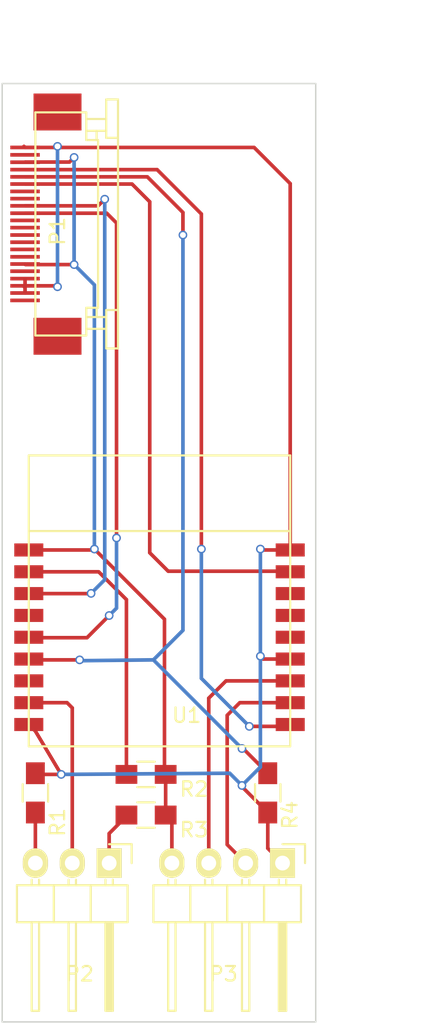
<source format=kicad_pcb>
(kicad_pcb (version 4) (host pcbnew 4.0.2-stable)

  (general
    (links 26)
    (no_connects 0)
    (area 137.617999 54.046 170.56 124.002001)
    (thickness 1.6)
    (drawings 7)
    (tracks 123)
    (zones 0)
    (modules 8)
    (nets 14)
  )

  (page A4)
  (layers
    (0 F.Cu signal)
    (31 B.Cu signal)
    (36 B.SilkS user)
    (37 F.SilkS user)
    (38 B.Mask user)
    (39 F.Mask user)
    (40 Dwgs.User user)
    (41 Cmts.User user)
    (42 Eco1.User user)
    (43 Eco2.User user)
    (44 Edge.Cuts user)
    (45 Margin user)
  )

  (setup
    (last_trace_width 0.25)
    (trace_clearance 0.2)
    (zone_clearance 0.508)
    (zone_45_only no)
    (trace_min 0.2)
    (segment_width 0.2)
    (edge_width 0.1)
    (via_size 0.6)
    (via_drill 0.4)
    (via_min_size 0.4)
    (via_min_drill 0.3)
    (uvia_size 0.3)
    (uvia_drill 0.1)
    (uvias_allowed no)
    (uvia_min_size 0.2)
    (uvia_min_drill 0.1)
    (pcb_text_width 0.3)
    (pcb_text_size 1.5 1.5)
    (mod_edge_width 0.15)
    (mod_text_size 1 1)
    (mod_text_width 0.15)
    (pad_size 1.5 1.5)
    (pad_drill 0.6)
    (pad_to_mask_clearance 0.1)
    (solder_mask_min_width 0.1)
    (aux_axis_origin 137.668 59.436)
    (visible_elements 7FFFFFFF)
    (pcbplotparams
      (layerselection 0x010f0_80000001)
      (usegerberextensions true)
      (excludeedgelayer true)
      (linewidth 0.100000)
      (plotframeref false)
      (viasonmask false)
      (mode 1)
      (useauxorigin false)
      (hpglpennumber 1)
      (hpglpenspeed 20)
      (hpglpendiameter 15)
      (hpglpenoverlay 2)
      (psnegative false)
      (psa4output false)
      (plotreference false)
      (plotvalue false)
      (plotinvisibletext false)
      (padsonsilk false)
      (subtractmaskfromsilk false)
      (outputformat 1)
      (mirror false)
      (drillshape 0)
      (scaleselection 1)
      (outputdirectory C:/Users/Suguru/Documents/KiCAD/WROOM-02-BASE/gerber/))
  )

  (net 0 "")
  (net 1 GND)
  (net 2 +3V3)
  (net 3 "Net-(P1-Pad13)")
  (net 4 "Net-(P1-Pad14)")
  (net 5 "Net-(P1-Pad17)")
  (net 6 "Net-(P1-Pad18)")
  (net 7 "Net-(P1-Pad19)")
  (net 8 /FLASH)
  (net 9 "Net-(P2-Pad2)")
  (net 10 /UART)
  (net 11 "Net-(P3-Pad2)")
  (net 12 "Net-(P3-Pad3)")
  (net 13 "Net-(R2-Pad2)")

  (net_class Default "これは標準のネット クラスです。"
    (clearance 0.2)
    (trace_width 0.25)
    (via_dia 0.6)
    (via_drill 0.4)
    (uvia_dia 0.3)
    (uvia_drill 0.1)
    (add_net +3V3)
    (add_net /FLASH)
    (add_net /UART)
    (add_net GND)
    (add_net "Net-(P1-Pad13)")
    (add_net "Net-(P1-Pad14)")
    (add_net "Net-(P1-Pad17)")
    (add_net "Net-(P1-Pad18)")
    (add_net "Net-(P1-Pad19)")
    (add_net "Net-(P2-Pad2)")
    (add_net "Net-(P3-Pad2)")
    (add_net "Net-(P3-Pad3)")
    (add_net "Net-(R2-Pad2)")
  )

  (module lib:Conn-22 (layer F.Cu) (tedit 578A626A) (tstamp 578B10E1)
    (at 142.494 69.088 90)
    (path /57890748)
    (attr smd)
    (fp_text reference P1 (at -0.508 -1.016 90) (layer F.SilkS)
      (effects (font (size 1 1) (thickness 0.15)))
    )
    (fp_text value OLED (at -0.508 0.762 90) (layer F.Fab)
      (effects (font (size 1 1) (thickness 0.15)))
    )
    (fp_line (start -7.6708 -2.54) (end -7.6708 0.9652) (layer F.SilkS) (width 0.15))
    (fp_line (start -7.6708 0.9652) (end -5.7658 0.9652) (layer F.SilkS) (width 0.15))
    (fp_line (start -5.7658 0.9652) (end -5.7658 1.778) (layer F.SilkS) (width 0.15))
    (fp_line (start -5.7658 1.778) (end 5.7658 1.778) (layer F.SilkS) (width 0.15))
    (fp_line (start 5.7658 1.778) (end 5.7658 0.9652) (layer F.SilkS) (width 0.15))
    (fp_line (start 5.7658 0.9652) (end 7.6708 0.9652) (layer F.SilkS) (width 0.15))
    (fp_line (start 7.6708 0.9652) (end 7.6708 -2.54) (layer F.SilkS) (width 0.15))
    (fp_line (start 7.2136 0.9652) (end 7.2136 2.3368) (layer F.SilkS) (width 0.15))
    (fp_line (start 5.7658 1.6764) (end 6.4008 1.6764) (layer F.SilkS) (width 0.15))
    (fp_line (start 6.4008 0.9652) (end 6.4008 2.3368) (layer F.SilkS) (width 0.15))
    (fp_line (start -5.7658 1.6764) (end -6.4008 1.6764) (layer F.SilkS) (width 0.15))
    (fp_line (start -7.2136 0.9652) (end -7.2136 2.3368) (layer F.SilkS) (width 0.15))
    (fp_line (start -6.4008 0.9652) (end -6.4008 2.3368) (layer F.SilkS) (width 0.15))
    (fp_line (start -8.5598 3.1496) (end -8.5598 2.3368) (layer F.SilkS) (width 0.15))
    (fp_line (start -8.5598 2.3368) (end -5.9182 2.3368) (layer F.SilkS) (width 0.15))
    (fp_line (start -5.9182 2.3368) (end -5.9182 3.1496) (layer F.SilkS) (width 0.15))
    (fp_line (start -8.5598 3.1496) (end 8.5598 3.1496) (layer F.SilkS) (width 0.15))
    (fp_line (start 8.5598 3.1496) (end 8.5598 2.3368) (layer F.SilkS) (width 0.15))
    (fp_line (start 8.5598 2.3368) (end 5.9182 2.3368) (layer F.SilkS) (width 0.15))
    (fp_line (start 5.9182 2.3368) (end 5.9182 3.1496) (layer F.SilkS) (width 0.15))
    (fp_line (start -7.6708 -2.54) (end 7.6708 -2.54) (layer F.SilkS) (width 0.15))
    (pad 22 smd rect (at 5.2578 -3.2512 90) (size 0.254 2.032) (layers F.Cu F.Mask)
      (net 1 GND))
    (pad 21 smd rect (at 4.7498 -3.2512 90) (size 0.254 2.032) (layers F.Cu F.Mask))
    (pad 11 smd rect (at -0.254 -3.2512 90) (size 0.254 2.032) (layers F.Cu F.Mask))
    (pad 10 smd rect (at -0.762 -3.2512 90) (size 0.254 2.032) (layers F.Cu F.Mask))
    (pad 9 smd rect (at -1.2573 -3.2512 90) (size 0.254 2.032) (layers F.Cu F.Mask))
    (pad 12 smd rect (at 0.2413 -3.2512 90) (size 0.254 2.032) (layers F.Cu F.Mask))
    (pad 1 smd rect (at -5.2578 -3.2512 90) (size 0.254 2.032) (layers F.Cu F.Mask))
    (pad 8 smd rect (at -1.7526 -3.2512 90) (size 0.254 2.032) (layers F.Cu F.Mask))
    (pad 7 smd rect (at -2.2606 -3.2512 90) (size 0.254 2.032) (layers F.Cu F.Mask))
    (pad 6 smd rect (at -2.7559 -3.2512 90) (size 0.254 2.032) (layers F.Cu F.Mask)
      (net 2 +3V3))
    (pad 5 smd rect (at -3.2512 -3.2512 90) (size 0.254 2.032) (layers F.Cu F.Mask))
    (pad 4 smd rect (at -3.7592 -3.2512 90) (size 0.254 2.032) (layers F.Cu F.Mask)
      (net 1 GND))
    (pad 3 smd rect (at -4.2545 -3.2512 90) (size 0.254 2.032) (layers F.Cu F.Mask)
      (net 1 GND))
    (pad 2 smd rect (at -4.7498 -3.2512 90) (size 0.254 2.032) (layers F.Cu F.Mask)
      (net 1 GND))
    (pad 13 smd rect (at 0.7366 -3.2512 90) (size 0.254 2.032) (layers F.Cu F.Mask)
      (net 3 "Net-(P1-Pad13)"))
    (pad 14 smd rect (at 1.2446 -3.2512 90) (size 0.254 2.032) (layers F.Cu F.Mask)
      (net 4 "Net-(P1-Pad14)"))
    (pad 15 smd rect (at 1.7399 -3.2512 90) (size 0.254 2.032) (layers F.Cu F.Mask))
    (pad 16 smd rect (at 2.2352 -3.2512 90) (size 0.254 2.032) (layers F.Cu F.Mask))
    (pad 17 smd rect (at 2.7432 -3.2512 90) (size 0.254 2.032) (layers F.Cu F.Mask)
      (net 5 "Net-(P1-Pad17)"))
    (pad 18 smd rect (at 3.2385 -3.2512 90) (size 0.254 2.032) (layers F.Cu F.Mask)
      (net 6 "Net-(P1-Pad18)"))
    (pad 19 smd rect (at 3.7338 -3.2512 90) (size 0.254 2.032) (layers F.Cu F.Mask)
      (net 7 "Net-(P1-Pad19)"))
    (pad 20 smd rect (at 4.2418 -3.2512 90) (size 0.254 2.032) (layers F.Cu F.Mask)
      (net 2 +3V3))
    (pad "" smd rect (at -7.7216 -1.016 90) (size 2.54 3.302) (layers F.Cu F.Mask))
    (pad "" smd rect (at 7.6962 -1.016 90) (size 2.54 3.302) (layers F.Cu F.Mask))
    (model SMD_Packages.3dshapes/Conn-20.wrl
      (at (xyz 0 0 0))
      (scale (xyz 0.4 0.4 0.4))
      (rotate (xyz 0 0 0))
    )
  )

  (module Pin_Headers:Pin_Header_Angled_1x04 (layer F.Cu) (tedit 578B1DC1) (tstamp 578B112A)
    (at 156.972 113.03 270)
    (descr "Through hole pin header")
    (tags "pin header")
    (path /578923FD)
    (fp_text reference P3 (at 7.62 4.064 360) (layer F.SilkS)
      (effects (font (size 1 1) (thickness 0.15)))
    )
    (fp_text value Serial&PS (at 5.842 3.556 360) (layer F.Fab)
      (effects (font (size 1 1) (thickness 0.15)))
    )
    (fp_line (start -1.5 -1.75) (end -1.5 9.4) (layer F.CrtYd) (width 0.05))
    (fp_line (start 10.65 -1.75) (end 10.65 9.4) (layer F.CrtYd) (width 0.05))
    (fp_line (start -1.5 -1.75) (end 10.65 -1.75) (layer F.CrtYd) (width 0.05))
    (fp_line (start -1.5 9.4) (end 10.65 9.4) (layer F.CrtYd) (width 0.05))
    (fp_line (start -1.3 -1.55) (end -1.3 0) (layer F.SilkS) (width 0.15))
    (fp_line (start 0 -1.55) (end -1.3 -1.55) (layer F.SilkS) (width 0.15))
    (fp_line (start 4.191 -0.127) (end 10.033 -0.127) (layer F.SilkS) (width 0.15))
    (fp_line (start 10.033 -0.127) (end 10.033 0.127) (layer F.SilkS) (width 0.15))
    (fp_line (start 10.033 0.127) (end 4.191 0.127) (layer F.SilkS) (width 0.15))
    (fp_line (start 4.191 0.127) (end 4.191 0) (layer F.SilkS) (width 0.15))
    (fp_line (start 4.191 0) (end 10.033 0) (layer F.SilkS) (width 0.15))
    (fp_line (start 1.524 -0.254) (end 1.143 -0.254) (layer F.SilkS) (width 0.15))
    (fp_line (start 1.524 0.254) (end 1.143 0.254) (layer F.SilkS) (width 0.15))
    (fp_line (start 1.524 2.286) (end 1.143 2.286) (layer F.SilkS) (width 0.15))
    (fp_line (start 1.524 2.794) (end 1.143 2.794) (layer F.SilkS) (width 0.15))
    (fp_line (start 1.524 4.826) (end 1.143 4.826) (layer F.SilkS) (width 0.15))
    (fp_line (start 1.524 5.334) (end 1.143 5.334) (layer F.SilkS) (width 0.15))
    (fp_line (start 1.524 7.874) (end 1.143 7.874) (layer F.SilkS) (width 0.15))
    (fp_line (start 1.524 7.366) (end 1.143 7.366) (layer F.SilkS) (width 0.15))
    (fp_line (start 1.524 -1.27) (end 4.064 -1.27) (layer F.SilkS) (width 0.15))
    (fp_line (start 1.524 1.27) (end 4.064 1.27) (layer F.SilkS) (width 0.15))
    (fp_line (start 1.524 1.27) (end 1.524 3.81) (layer F.SilkS) (width 0.15))
    (fp_line (start 1.524 3.81) (end 4.064 3.81) (layer F.SilkS) (width 0.15))
    (fp_line (start 4.064 2.286) (end 10.16 2.286) (layer F.SilkS) (width 0.15))
    (fp_line (start 10.16 2.286) (end 10.16 2.794) (layer F.SilkS) (width 0.15))
    (fp_line (start 10.16 2.794) (end 4.064 2.794) (layer F.SilkS) (width 0.15))
    (fp_line (start 4.064 3.81) (end 4.064 1.27) (layer F.SilkS) (width 0.15))
    (fp_line (start 4.064 1.27) (end 4.064 -1.27) (layer F.SilkS) (width 0.15))
    (fp_line (start 10.16 0.254) (end 4.064 0.254) (layer F.SilkS) (width 0.15))
    (fp_line (start 10.16 -0.254) (end 10.16 0.254) (layer F.SilkS) (width 0.15))
    (fp_line (start 4.064 -0.254) (end 10.16 -0.254) (layer F.SilkS) (width 0.15))
    (fp_line (start 1.524 1.27) (end 4.064 1.27) (layer F.SilkS) (width 0.15))
    (fp_line (start 1.524 -1.27) (end 1.524 1.27) (layer F.SilkS) (width 0.15))
    (fp_line (start 1.524 6.35) (end 4.064 6.35) (layer F.SilkS) (width 0.15))
    (fp_line (start 1.524 6.35) (end 1.524 8.89) (layer F.SilkS) (width 0.15))
    (fp_line (start 1.524 8.89) (end 4.064 8.89) (layer F.SilkS) (width 0.15))
    (fp_line (start 4.064 7.366) (end 10.16 7.366) (layer F.SilkS) (width 0.15))
    (fp_line (start 10.16 7.366) (end 10.16 7.874) (layer F.SilkS) (width 0.15))
    (fp_line (start 10.16 7.874) (end 4.064 7.874) (layer F.SilkS) (width 0.15))
    (fp_line (start 4.064 8.89) (end 4.064 6.35) (layer F.SilkS) (width 0.15))
    (fp_line (start 4.064 6.35) (end 4.064 3.81) (layer F.SilkS) (width 0.15))
    (fp_line (start 10.16 5.334) (end 4.064 5.334) (layer F.SilkS) (width 0.15))
    (fp_line (start 10.16 4.826) (end 10.16 5.334) (layer F.SilkS) (width 0.15))
    (fp_line (start 4.064 4.826) (end 10.16 4.826) (layer F.SilkS) (width 0.15))
    (fp_line (start 1.524 6.35) (end 4.064 6.35) (layer F.SilkS) (width 0.15))
    (fp_line (start 1.524 3.81) (end 1.524 6.35) (layer F.SilkS) (width 0.15))
    (fp_line (start 1.524 3.81) (end 4.064 3.81) (layer F.SilkS) (width 0.15))
    (pad 1 thru_hole rect (at 0 0 270) (size 2.032 1.7272) (drill 1.016) (layers *.Cu *.Mask F.SilkS)
      (net 1 GND))
    (pad 2 thru_hole oval (at 0 2.54 270) (size 2.032 1.7272) (drill 1.016) (layers *.Cu *.Mask F.SilkS)
      (net 11 "Net-(P3-Pad2)"))
    (pad 3 thru_hole oval (at 0 5.08 270) (size 2.032 1.7272) (drill 1.016) (layers *.Cu *.Mask F.SilkS)
      (net 12 "Net-(P3-Pad3)"))
    (pad 4 thru_hole oval (at 0 7.62 270) (size 2.032 1.7272) (drill 1.016) (layers *.Cu *.Mask F.SilkS)
      (net 2 +3V3))
    (model Pin_Headers.3dshapes/Pin_Header_Angled_1x04.wrl
      (at (xyz 0 -0.15 0))
      (scale (xyz 1 1 1))
      (rotate (xyz 0 0 90))
    )
  )

  (module Resistors_SMD:R_0805_HandSoldering (layer F.Cu) (tedit 578B9946) (tstamp 578B1136)
    (at 139.954 108.204 90)
    (descr "Resistor SMD 0805, hand soldering")
    (tags "resistor 0805")
    (path /55C9B850)
    (attr smd)
    (fp_text reference R1 (at -2.032 1.524 90) (layer F.SilkS)
      (effects (font (size 1 1) (thickness 0.15)))
    )
    (fp_text value 10K (at 0 2.1 90) (layer F.Fab)
      (effects (font (size 1 1) (thickness 0.15)))
    )
    (fp_line (start -2.4 -1) (end 2.4 -1) (layer F.CrtYd) (width 0.05))
    (fp_line (start -2.4 1) (end 2.4 1) (layer F.CrtYd) (width 0.05))
    (fp_line (start -2.4 -1) (end -2.4 1) (layer F.CrtYd) (width 0.05))
    (fp_line (start 2.4 -1) (end 2.4 1) (layer F.CrtYd) (width 0.05))
    (fp_line (start 0.6 0.875) (end -0.6 0.875) (layer F.SilkS) (width 0.15))
    (fp_line (start -0.6 -0.875) (end 0.6 -0.875) (layer F.SilkS) (width 0.15))
    (pad 1 smd rect (at -1.35 0 90) (size 1.5 1.3) (layers F.Cu F.Mask)
      (net 10 /UART))
    (pad 2 smd rect (at 1.35 0 90) (size 1.5 1.3) (layers F.Cu F.Mask)
      (net 1 GND))
    (model Resistors_SMD.3dshapes/R_0805_HandSoldering.wrl
      (at (xyz 0 0 0))
      (scale (xyz 1 1 1))
      (rotate (xyz 0 0 0))
    )
  )

  (module Resistors_SMD:R_0805_HandSoldering (layer F.Cu) (tedit 578B1E3B) (tstamp 578B1142)
    (at 147.574 106.934 180)
    (descr "Resistor SMD 0805, hand soldering")
    (tags "resistor 0805")
    (path /55C9B720)
    (attr smd)
    (fp_text reference R2 (at -3.302 -1.016 180) (layer F.SilkS)
      (effects (font (size 1 1) (thickness 0.15)))
    )
    (fp_text value 10K (at 0 1.778 180) (layer F.Fab)
      (effects (font (size 1 1) (thickness 0.15)))
    )
    (fp_line (start -2.4 -1) (end 2.4 -1) (layer F.CrtYd) (width 0.05))
    (fp_line (start -2.4 1) (end 2.4 1) (layer F.CrtYd) (width 0.05))
    (fp_line (start -2.4 -1) (end -2.4 1) (layer F.CrtYd) (width 0.05))
    (fp_line (start 2.4 -1) (end 2.4 1) (layer F.CrtYd) (width 0.05))
    (fp_line (start 0.6 0.875) (end -0.6 0.875) (layer F.SilkS) (width 0.15))
    (fp_line (start -0.6 -0.875) (end 0.6 -0.875) (layer F.SilkS) (width 0.15))
    (pad 1 smd rect (at -1.35 0 180) (size 1.5 1.3) (layers F.Cu F.Mask)
      (net 2 +3V3))
    (pad 2 smd rect (at 1.35 0 180) (size 1.5 1.3) (layers F.Cu F.Mask)
      (net 13 "Net-(R2-Pad2)"))
    (model Resistors_SMD.3dshapes/R_0805_HandSoldering.wrl
      (at (xyz 0 0 0))
      (scale (xyz 1 1 1))
      (rotate (xyz 0 0 0))
    )
  )

  (module Resistors_SMD:R_0805_HandSoldering (layer F.Cu) (tedit 578B1E35) (tstamp 578B114E)
    (at 147.574 109.728 180)
    (descr "Resistor SMD 0805, hand soldering")
    (tags "resistor 0805")
    (path /55C9B807)
    (attr smd)
    (fp_text reference R3 (at -3.302 -1.016 180) (layer F.SilkS)
      (effects (font (size 1 1) (thickness 0.15)))
    )
    (fp_text value 10K (at 0 -1.524 180) (layer F.Fab)
      (effects (font (size 1 1) (thickness 0.15)))
    )
    (fp_line (start -2.4 -1) (end 2.4 -1) (layer F.CrtYd) (width 0.05))
    (fp_line (start -2.4 1) (end 2.4 1) (layer F.CrtYd) (width 0.05))
    (fp_line (start -2.4 -1) (end -2.4 1) (layer F.CrtYd) (width 0.05))
    (fp_line (start 2.4 -1) (end 2.4 1) (layer F.CrtYd) (width 0.05))
    (fp_line (start 0.6 0.875) (end -0.6 0.875) (layer F.SilkS) (width 0.15))
    (fp_line (start -0.6 -0.875) (end 0.6 -0.875) (layer F.SilkS) (width 0.15))
    (pad 1 smd rect (at -1.35 0 180) (size 1.5 1.3) (layers F.Cu F.Mask)
      (net 2 +3V3))
    (pad 2 smd rect (at 1.35 0 180) (size 1.5 1.3) (layers F.Cu F.Mask)
      (net 8 /FLASH))
    (model Resistors_SMD.3dshapes/R_0805_HandSoldering.wrl
      (at (xyz 0 0 0))
      (scale (xyz 1 1 1))
      (rotate (xyz 0 0 0))
    )
  )

  (module Resistors_SMD:R_0805_HandSoldering (layer F.Cu) (tedit 578B9940) (tstamp 578B115A)
    (at 155.956 108.204 270)
    (descr "Resistor SMD 0805, hand soldering")
    (tags "resistor 0805")
    (path /55CAE588)
    (attr smd)
    (fp_text reference R4 (at 1.524 -1.524 270) (layer F.SilkS)
      (effects (font (size 1 1) (thickness 0.15)))
    )
    (fp_text value 10K (at 0 2.1 270) (layer F.Fab)
      (effects (font (size 1 1) (thickness 0.15)))
    )
    (fp_line (start -2.4 -1) (end 2.4 -1) (layer F.CrtYd) (width 0.05))
    (fp_line (start -2.4 1) (end 2.4 1) (layer F.CrtYd) (width 0.05))
    (fp_line (start -2.4 -1) (end -2.4 1) (layer F.CrtYd) (width 0.05))
    (fp_line (start 2.4 -1) (end 2.4 1) (layer F.CrtYd) (width 0.05))
    (fp_line (start 0.6 0.875) (end -0.6 0.875) (layer F.SilkS) (width 0.15))
    (fp_line (start -0.6 -0.875) (end 0.6 -0.875) (layer F.SilkS) (width 0.15))
    (pad 1 smd rect (at -1.35 0 270) (size 1.5 1.3) (layers F.Cu F.Mask)
      (net 6 "Net-(P1-Pad18)"))
    (pad 2 smd rect (at 1.35 0 270) (size 1.5 1.3) (layers F.Cu F.Mask)
      (net 1 GND))
    (model Resistors_SMD.3dshapes/R_0805_HandSoldering.wrl
      (at (xyz 0 0 0))
      (scale (xyz 1 1 1))
      (rotate (xyz 0 0 0))
    )
  )

  (module lib:WROOM-02 (layer F.Cu) (tedit 578B1DD6) (tstamp 578B1175)
    (at 148.5011 105.0036)
    (path /55C9AEFB)
    (fp_text reference U1 (at 1.8669 -2.1336) (layer F.SilkS)
      (effects (font (size 1 1) (thickness 0.15)))
    )
    (fp_text value WROOM-02 (at 0 -17) (layer F.Fab)
      (effects (font (size 1 1) (thickness 0.15)))
    )
    (fp_line (start -9 -14.8) (end 9 -14.8) (layer F.SilkS) (width 0.15))
    (fp_line (start -9 0) (end 9 0) (layer F.SilkS) (width 0.15))
    (fp_line (start 9 0) (end 9 -20) (layer F.SilkS) (width 0.15))
    (fp_line (start 9 -20) (end -9 -20) (layer F.SilkS) (width 0.15))
    (fp_line (start -9 -20) (end -9 0) (layer F.SilkS) (width 0.15))
    (pad 1 smd rect (at -9 -13.5) (size 2 0.9) (layers F.Cu F.Mask)
      (net 2 +3V3))
    (pad 2 smd rect (at -9 -12) (size 2 0.9) (layers F.Cu F.Mask)
      (net 13 "Net-(R2-Pad2)"))
    (pad 3 smd rect (at -9 -10.5) (size 2 0.9) (layers F.Cu F.Mask)
      (net 4 "Net-(P1-Pad14)"))
    (pad 4 smd rect (at -9 -9) (size 2 0.9) (layers F.Cu F.Mask))
    (pad 5 smd rect (at -9 -7.5) (size 2 0.9) (layers F.Cu F.Mask)
      (net 3 "Net-(P1-Pad13)"))
    (pad 6 smd rect (at -9 -6) (size 2 0.9) (layers F.Cu F.Mask)
      (net 6 "Net-(P1-Pad18)"))
    (pad 7 smd rect (at -9 -4.5) (size 2 0.9) (layers F.Cu F.Mask))
    (pad 8 smd rect (at -9 -3) (size 2 0.9) (layers F.Cu F.Mask)
      (net 9 "Net-(P2-Pad2)"))
    (pad 9 smd rect (at -9 -1.5) (size 2 0.9) (layers F.Cu F.Mask)
      (net 1 GND))
    (pad 10 smd rect (at 9 -1.5) (size 2 0.9) (layers F.Cu F.Mask)
      (net 7 "Net-(P1-Pad19)"))
    (pad 11 smd rect (at 9 -3) (size 2 0.9) (layers F.Cu F.Mask)
      (net 11 "Net-(P3-Pad2)"))
    (pad 12 smd rect (at 9 -4.5) (size 2 0.9) (layers F.Cu F.Mask)
      (net 12 "Net-(P3-Pad3)"))
    (pad 13 smd rect (at 9 -6) (size 2 0.9) (layers F.Cu F.Mask)
      (net 1 GND))
    (pad 14 smd rect (at 9 -7.5) (size 2 0.9) (layers F.Cu F.Mask))
    (pad 15 smd rect (at 9 -9) (size 2 0.9) (layers F.Cu F.Mask))
    (pad 16 smd rect (at 9 -10.5) (size 2 0.9) (layers F.Cu F.Mask))
    (pad 17 smd rect (at 9 -12) (size 2 0.9) (layers F.Cu F.Mask)
      (net 5 "Net-(P1-Pad17)"))
    (pad 18 smd rect (at 9 -13.5) (size 2 0.9) (layers F.Cu F.Mask)
      (net 1 GND))
  )

  (module Pin_Headers:Pin_Header_Angled_1x03 (layer F.Cu) (tedit 578B1DFD) (tstamp 578B10F3)
    (at 145.034 113.03 270)
    (descr "Through hole pin header")
    (tags "pin header")
    (path /55C9B78E)
    (fp_text reference P2 (at 7.62 2.032 360) (layer F.SilkS)
      (effects (font (size 1 1) (thickness 0.15)))
    )
    (fp_text value BOOT (at 5.842 2.032 360) (layer F.Fab)
      (effects (font (size 1 1) (thickness 0.15)))
    )
    (fp_line (start -1.5 -1.75) (end -1.5 6.85) (layer F.CrtYd) (width 0.05))
    (fp_line (start 10.65 -1.75) (end 10.65 6.85) (layer F.CrtYd) (width 0.05))
    (fp_line (start -1.5 -1.75) (end 10.65 -1.75) (layer F.CrtYd) (width 0.05))
    (fp_line (start -1.5 6.85) (end 10.65 6.85) (layer F.CrtYd) (width 0.05))
    (fp_line (start -1.3 -1.55) (end -1.3 0) (layer F.SilkS) (width 0.15))
    (fp_line (start 0 -1.55) (end -1.3 -1.55) (layer F.SilkS) (width 0.15))
    (fp_line (start 4.191 -0.127) (end 10.033 -0.127) (layer F.SilkS) (width 0.15))
    (fp_line (start 10.033 -0.127) (end 10.033 0.127) (layer F.SilkS) (width 0.15))
    (fp_line (start 10.033 0.127) (end 4.191 0.127) (layer F.SilkS) (width 0.15))
    (fp_line (start 4.191 0.127) (end 4.191 0) (layer F.SilkS) (width 0.15))
    (fp_line (start 4.191 0) (end 10.033 0) (layer F.SilkS) (width 0.15))
    (fp_line (start 1.524 -0.254) (end 1.143 -0.254) (layer F.SilkS) (width 0.15))
    (fp_line (start 1.524 0.254) (end 1.143 0.254) (layer F.SilkS) (width 0.15))
    (fp_line (start 1.524 2.286) (end 1.143 2.286) (layer F.SilkS) (width 0.15))
    (fp_line (start 1.524 2.794) (end 1.143 2.794) (layer F.SilkS) (width 0.15))
    (fp_line (start 1.524 4.826) (end 1.143 4.826) (layer F.SilkS) (width 0.15))
    (fp_line (start 1.524 5.334) (end 1.143 5.334) (layer F.SilkS) (width 0.15))
    (fp_line (start 4.064 1.27) (end 4.064 -1.27) (layer F.SilkS) (width 0.15))
    (fp_line (start 10.16 0.254) (end 4.064 0.254) (layer F.SilkS) (width 0.15))
    (fp_line (start 10.16 -0.254) (end 10.16 0.254) (layer F.SilkS) (width 0.15))
    (fp_line (start 4.064 -0.254) (end 10.16 -0.254) (layer F.SilkS) (width 0.15))
    (fp_line (start 1.524 1.27) (end 4.064 1.27) (layer F.SilkS) (width 0.15))
    (fp_line (start 1.524 -1.27) (end 1.524 1.27) (layer F.SilkS) (width 0.15))
    (fp_line (start 1.524 -1.27) (end 4.064 -1.27) (layer F.SilkS) (width 0.15))
    (fp_line (start 1.524 3.81) (end 4.064 3.81) (layer F.SilkS) (width 0.15))
    (fp_line (start 1.524 3.81) (end 1.524 6.35) (layer F.SilkS) (width 0.15))
    (fp_line (start 4.064 4.826) (end 10.16 4.826) (layer F.SilkS) (width 0.15))
    (fp_line (start 10.16 4.826) (end 10.16 5.334) (layer F.SilkS) (width 0.15))
    (fp_line (start 10.16 5.334) (end 4.064 5.334) (layer F.SilkS) (width 0.15))
    (fp_line (start 4.064 6.35) (end 4.064 3.81) (layer F.SilkS) (width 0.15))
    (fp_line (start 4.064 3.81) (end 4.064 1.27) (layer F.SilkS) (width 0.15))
    (fp_line (start 10.16 2.794) (end 4.064 2.794) (layer F.SilkS) (width 0.15))
    (fp_line (start 10.16 2.286) (end 10.16 2.794) (layer F.SilkS) (width 0.15))
    (fp_line (start 4.064 2.286) (end 10.16 2.286) (layer F.SilkS) (width 0.15))
    (fp_line (start 1.524 3.81) (end 4.064 3.81) (layer F.SilkS) (width 0.15))
    (fp_line (start 1.524 1.27) (end 1.524 3.81) (layer F.SilkS) (width 0.15))
    (fp_line (start 1.524 1.27) (end 4.064 1.27) (layer F.SilkS) (width 0.15))
    (fp_line (start 1.524 6.35) (end 4.064 6.35) (layer F.SilkS) (width 0.15))
    (pad 1 thru_hole rect (at 0 0 270) (size 2.032 1.7272) (drill 1.016) (layers *.Cu *.Mask F.SilkS)
      (net 8 /FLASH))
    (pad 2 thru_hole oval (at 0 2.54 270) (size 2.032 1.7272) (drill 1.016) (layers *.Cu *.Mask F.SilkS)
      (net 9 "Net-(P2-Pad2)"))
    (pad 3 thru_hole oval (at 0 5.08 270) (size 2.032 1.7272) (drill 1.016) (layers *.Cu *.Mask F.SilkS)
      (net 10 /UART))
    (model Pin_Headers.3dshapes/Pin_Header_Angled_1x03.wrl
      (at (xyz 0 -0.1 0))
      (scale (xyz 1 1 1))
      (rotate (xyz 0 0 90))
    )
  )

  (dimension 64.516 (width 0.3) (layer Dwgs.User)
    (gr_text "64.516 mm" (at 163.91 91.694 270) (layer Dwgs.User)
      (effects (font (size 1.5 1.5) (thickness 0.3)))
    )
    (feature1 (pts (xy 159.258 123.952) (xy 165.26 123.952)))
    (feature2 (pts (xy 159.258 59.436) (xy 165.26 59.436)))
    (crossbar (pts (xy 162.56 59.436) (xy 162.56 123.952)))
    (arrow1a (pts (xy 162.56 123.952) (xy 161.973579 122.825496)))
    (arrow1b (pts (xy 162.56 123.952) (xy 163.146421 122.825496)))
    (arrow2a (pts (xy 162.56 59.436) (xy 161.973579 60.562504)))
    (arrow2b (pts (xy 162.56 59.436) (xy 163.146421 60.562504)))
  )
  (dimension 21.59 (width 0.3) (layer Dwgs.User)
    (gr_text "21.590 mm" (at 148.463 55.546) (layer Dwgs.User)
      (effects (font (size 1.5 1.5) (thickness 0.3)))
    )
    (feature1 (pts (xy 159.258 59.436) (xy 159.258 54.196)))
    (feature2 (pts (xy 137.668 59.436) (xy 137.668 54.196)))
    (crossbar (pts (xy 137.668 56.896) (xy 159.258 56.896)))
    (arrow1a (pts (xy 159.258 56.896) (xy 158.131496 57.482421)))
    (arrow1b (pts (xy 159.258 56.896) (xy 158.131496 56.309579)))
    (arrow2a (pts (xy 137.668 56.896) (xy 138.794504 57.482421)))
    (arrow2b (pts (xy 137.668 56.896) (xy 138.794504 56.309579)))
  )
  (gr_line (start 137.668 123.952) (end 137.922 123.952) (angle 90) (layer Edge.Cuts) (width 0.1))
  (gr_line (start 137.668 59.436) (end 137.668 123.952) (angle 90) (layer Edge.Cuts) (width 0.1))
  (gr_line (start 159.258 59.436) (end 137.668 59.436) (angle 90) (layer Edge.Cuts) (width 0.1))
  (gr_line (start 159.258 123.952) (end 159.258 59.436) (angle 90) (layer Edge.Cuts) (width 0.1))
  (gr_line (start 137.668 123.952) (end 159.258 123.952) (angle 90) (layer Edge.Cuts) (width 0.1))

  (segment (start 157.5011 99.0036) (end 155.6456 99.0036) (width 0.25) (layer F.Cu) (net 1) (status 10))
  (via (at 155.448 98.806) (size 0.6) (drill 0.4) (layers F.Cu B.Cu) (net 1))
  (segment (start 155.6456 99.0036) (end 155.448 98.806) (width 0.25) (layer F.Cu) (net 1) (tstamp 578BA8D2))
  (via (at 155.448 91.44) (size 0.6) (drill 0.4) (layers F.Cu B.Cu) (net 1))
  (segment (start 155.448 106.426) (end 155.448 98.806) (width 0.25) (layer B.Cu) (net 1) (tstamp 578BA8B0))
  (segment (start 155.448 98.806) (end 155.448 91.44) (width 0.25) (layer B.Cu) (net 1) (tstamp 578BA8DA))
  (segment (start 154.178 107.696) (end 155.448 106.426) (width 0.25) (layer B.Cu) (net 1))
  (segment (start 155.5116 91.5036) (end 157.5011 91.5036) (width 0.25) (layer F.Cu) (net 1) (tstamp 578BA8C6) (status 20))
  (segment (start 155.448 91.44) (end 155.5116 91.5036) (width 0.25) (layer F.Cu) (net 1) (tstamp 578BA8C5))
  (segment (start 155.956 109.554) (end 155.956 112.014) (width 0.25) (layer F.Cu) (net 1) (status 10))
  (segment (start 155.956 112.014) (end 156.972 113.03) (width 0.25) (layer F.Cu) (net 1) (tstamp 578BA898) (status 20))
  (segment (start 154.178 107.696) (end 154.178 107.776) (width 0.25) (layer F.Cu) (net 1))
  (segment (start 154.178 107.776) (end 155.956 109.554) (width 0.25) (layer F.Cu) (net 1) (tstamp 578BA884) (status 20))
  (segment (start 141.732 106.934) (end 140.034 106.934) (width 0.25) (layer F.Cu) (net 1) (status 20))
  (segment (start 140.034 106.934) (end 139.954 106.854) (width 0.25) (layer F.Cu) (net 1) (tstamp 578BA865) (status 30))
  (segment (start 157.5011 91.5036) (end 157.5011 66.3151) (width 0.25) (layer F.Cu) (net 1) (status 10))
  (segment (start 157.5011 66.3151) (end 155.0162 63.8302) (width 0.25) (layer F.Cu) (net 1) (tstamp 578B9E0C))
  (segment (start 155.0162 63.8302) (end 141.478 63.8302) (width 0.25) (layer F.Cu) (net 1) (tstamp 578B9E16))
  (segment (start 139.2428 73.3425) (end 141.4145 73.3425) (width 0.25) (layer F.Cu) (net 1) (status 10))
  (segment (start 141.478 63.754) (end 141.478 63.8302) (width 0.25) (layer F.Cu) (net 1) (tstamp 578B9897))
  (via (at 141.478 63.754) (size 0.6) (drill 0.4) (layers F.Cu B.Cu) (net 1))
  (segment (start 141.478 73.406) (end 141.478 63.754) (width 0.25) (layer B.Cu) (net 1) (tstamp 578B9893))
  (via (at 141.478 73.406) (size 0.6) (drill 0.4) (layers F.Cu B.Cu) (net 1))
  (segment (start 141.4145 73.3425) (end 141.478 73.406) (width 0.25) (layer F.Cu) (net 1) (tstamp 578B988D))
  (segment (start 139.2428 73.3425) (end 139.1793 73.406) (width 0.25) (layer F.Cu) (net 1) (status 30))
  (segment (start 139.1666 63.754) (end 139.2428 63.8302) (width 0.25) (layer F.Cu) (net 1) (tstamp 578B1AD4) (status 30))
  (segment (start 157.5011 91.5036) (end 157.48 91.4825) (width 0.25) (layer F.Cu) (net 1) (status 30))
  (via (at 141.732 106.934) (size 0.6) (drill 0.4) (layers F.Cu B.Cu) (net 1))
  (segment (start 141.732 106.934) (end 139.954 103.9565) (width 0.25) (layer F.Cu) (net 1))
  (segment (start 139.5011 103.5036) (end 139.954 103.9565) (width 0.25) (layer F.Cu) (net 1) (tstamp 578B178E) (status 10))
  (via (at 154.178 107.696) (size 0.6) (drill 0.4) (layers F.Cu B.Cu) (net 1))
  (segment (start 153.336 106.854) (end 154.178 107.696) (width 0.25) (layer B.Cu) (net 1) (tstamp 578B1804))
  (segment (start 141.732 106.934) (end 153.336 106.854) (width 0.25) (layer B.Cu) (net 1) (tstamp 578B1803))
  (segment (start 139.2428 72.8472) (end 139.2428 73.3425) (width 0.25) (layer F.Cu) (net 1) (status 30))
  (segment (start 139.2428 73.3425) (end 139.2428 73.8378) (width 0.25) (layer F.Cu) (net 1) (tstamp 578B1366) (status 30))
  (segment (start 139.2428 63.8302) (end 141.478 63.8302) (width 0.25) (layer F.Cu) (net 1) (status 10))
  (segment (start 142.621 71.882) (end 144.018 73.279) (width 0.25) (layer B.Cu) (net 2))
  (segment (start 144.018 91.5036) (end 144.0816 91.5036) (width 0.25) (layer F.Cu) (net 2) (tstamp 578B19E7))
  (segment (start 144.018 91.44) (end 144.018 91.5036) (width 0.25) (layer F.Cu) (net 2) (tstamp 578B19E6))
  (via (at 144.018 91.44) (size 0.6) (drill 0.4) (layers F.Cu B.Cu) (net 2))
  (segment (start 144.018 73.279) (end 144.018 91.44) (width 0.25) (layer B.Cu) (net 2) (tstamp 578B19D7))
  (segment (start 139.2428 64.8462) (end 139.2555 64.8335) (width 0.25) (layer F.Cu) (net 2) (status 30))
  (segment (start 139.2555 64.8335) (end 142.3035 64.8335) (width 0.25) (layer F.Cu) (net 2) (tstamp 578B1961) (status 10))
  (segment (start 142.3035 64.8335) (end 142.621 64.516) (width 0.25) (layer F.Cu) (net 2) (tstamp 578B1967))
  (via (at 142.621 64.516) (size 0.6) (drill 0.4) (layers F.Cu B.Cu) (net 2))
  (segment (start 142.621 64.516) (end 142.621 71.882) (width 0.25) (layer B.Cu) (net 2) (tstamp 578B196B))
  (via (at 142.621 71.882) (size 0.6) (drill 0.4) (layers F.Cu B.Cu) (net 2))
  (segment (start 142.621 71.882) (end 139.2809 71.882) (width 0.25) (layer F.Cu) (net 2) (tstamp 578B1974) (status 20))
  (segment (start 139.2809 71.882) (end 139.2428 71.8439) (width 0.25) (layer F.Cu) (net 2) (tstamp 578B1975) (status 30))
  (segment (start 148.924 109.728) (end 148.924 106.934) (width 0.25) (layer F.Cu) (net 2) (status 30))
  (segment (start 149.352 113.03) (end 149.352 110.156) (width 0.25) (layer F.Cu) (net 2) (status 30))
  (segment (start 149.352 110.156) (end 148.924 109.728) (width 0.25) (layer F.Cu) (net 2) (tstamp 578B15C7) (status 30))
  (segment (start 139.5011 91.5036) (end 144.0816 91.5036) (width 0.25) (layer F.Cu) (net 2) (status 10))
  (segment (start 148.844 96.266) (end 148.844 106.854) (width 0.25) (layer F.Cu) (net 2) (tstamp 578B15A8) (status 20))
  (segment (start 144.0816 91.5036) (end 148.844 96.266) (width 0.25) (layer F.Cu) (net 2) (tstamp 578B15A1))
  (segment (start 148.844 106.854) (end 148.924 106.934) (width 0.25) (layer F.Cu) (net 2) (tstamp 578B15B2) (status 30))
  (segment (start 148.924 112.602) (end 149.352 113.03) (width 0.25) (layer F.Cu) (net 2) (tstamp 578B15B9) (status 30))
  (segment (start 144.8689 68.3514) (end 145.542 69.0245) (width 0.25) (layer F.Cu) (net 3))
  (segment (start 143.51 97.536) (end 139.5335 97.536) (width 0.25) (layer F.Cu) (net 3) (tstamp 578B1B1E) (status 20))
  (segment (start 145.034 96.012) (end 143.51 97.536) (width 0.25) (layer F.Cu) (net 3) (tstamp 578B1B1D))
  (via (at 145.034 96.012) (size 0.6) (drill 0.4) (layers F.Cu B.Cu) (net 3))
  (segment (start 145.542 95.504) (end 145.034 96.012) (width 0.25) (layer B.Cu) (net 3) (tstamp 578B1B13))
  (segment (start 145.542 90.678) (end 145.542 95.504) (width 0.25) (layer B.Cu) (net 3) (tstamp 578B1B12))
  (via (at 145.542 90.678) (size 0.6) (drill 0.4) (layers F.Cu B.Cu) (net 3))
  (segment (start 145.542 69.0245) (end 145.542 90.678) (width 0.25) (layer F.Cu) (net 3) (tstamp 578B1AFD))
  (segment (start 139.5335 97.536) (end 139.5011 97.5036) (width 0.25) (layer F.Cu) (net 3) (tstamp 578B1B20) (status 30))
  (segment (start 139.2428 68.3514) (end 144.8689 68.3514) (width 0.25) (layer F.Cu) (net 3) (status 10))
  (segment (start 139.5011 94.5036) (end 143.7738 94.5036) (width 0.25) (layer F.Cu) (net 4) (status 10))
  (segment (start 144.272 67.8434) (end 139.2428 67.8434) (width 0.25) (layer F.Cu) (net 4) (tstamp 578B9EC8) (status 20))
  (segment (start 144.7292 67.3862) (end 144.272 67.8434) (width 0.25) (layer F.Cu) (net 4) (tstamp 578B9EC7))
  (via (at 144.7292 67.3862) (size 0.6) (drill 0.4) (layers F.Cu B.Cu) (net 4))
  (segment (start 144.7292 93.5482) (end 144.7292 67.3862) (width 0.25) (layer B.Cu) (net 4) (tstamp 578B9EA8))
  (segment (start 143.7894 94.488) (end 144.7292 93.5482) (width 0.25) (layer B.Cu) (net 4) (tstamp 578B9EA7))
  (via (at 143.7894 94.488) (size 0.6) (drill 0.4) (layers F.Cu B.Cu) (net 4))
  (segment (start 143.7738 94.5036) (end 143.7894 94.488) (width 0.25) (layer F.Cu) (net 4) (tstamp 578B9EA1))
  (segment (start 139.7395 94.742) (end 139.5011 94.5036) (width 0.25) (layer F.Cu) (net 4) (tstamp 578B1B5E) (status 30))
  (segment (start 146.6088 66.3448) (end 147.828 67.564) (width 0.25) (layer F.Cu) (net 5))
  (segment (start 139.2428 66.3448) (end 146.6088 66.3448) (width 0.25) (layer F.Cu) (net 5) (status 10))
  (segment (start 149.098 92.964) (end 157.4615 92.964) (width 0.25) (layer F.Cu) (net 5) (tstamp 578B1B7A) (status 20))
  (segment (start 147.828 91.694) (end 149.098 92.964) (width 0.25) (layer F.Cu) (net 5) (tstamp 578B1B73))
  (segment (start 147.828 67.564) (end 147.828 91.694) (width 0.25) (layer F.Cu) (net 5) (tstamp 578B1B6A))
  (segment (start 157.4615 92.964) (end 157.5011 93.0036) (width 0.25) (layer F.Cu) (net 5) (tstamp 578B1B83) (status 30))
  (segment (start 143.002 99.06) (end 139.5575 99.06) (width 0.25) (layer F.Cu) (net 6) (status 20))
  (segment (start 139.5575 99.06) (end 139.5011 99.0036) (width 0.25) (layer F.Cu) (net 6) (tstamp 578BA924) (status 30))
  (segment (start 154.178 105.156) (end 154.258 105.156) (width 0.25) (layer F.Cu) (net 6))
  (segment (start 154.258 105.156) (end 155.956 106.854) (width 0.25) (layer F.Cu) (net 6) (tstamp 578BA844) (status 20))
  (segment (start 148.082 99.06) (end 150.114 97.028) (width 0.25) (layer B.Cu) (net 6))
  (segment (start 147.6629 65.8495) (end 139.2428 65.8495) (width 0.25) (layer F.Cu) (net 6) (tstamp 578B9FBA) (status 20))
  (segment (start 150.114 68.3006) (end 147.6629 65.8495) (width 0.25) (layer F.Cu) (net 6) (tstamp 578B9FAA))
  (segment (start 150.114 69.85) (end 150.114 68.3006) (width 0.25) (layer F.Cu) (net 6) (tstamp 578B9FA9))
  (via (at 150.114 69.85) (size 0.6) (drill 0.4) (layers F.Cu B.Cu) (net 6))
  (segment (start 150.114 97.028) (end 150.114 69.85) (width 0.25) (layer B.Cu) (net 6) (tstamp 578B9F86))
  (via (at 143.002 99.06) (size 0.6) (drill 0.4) (layers F.Cu B.Cu) (net 6))
  (segment (start 143.002 99.06) (end 143.0584 99.1164) (width 0.25) (layer B.Cu) (net 6) (tstamp 578B9F4B))
  (segment (start 143.0584 99.1164) (end 148.082 99.06) (width 0.25) (layer B.Cu) (net 6) (tstamp 578B9F4C))
  (via (at 154.178 105.156) (size 0.6) (drill 0.4) (layers F.Cu B.Cu) (net 6))
  (segment (start 148.082 99.06) (end 154.178 105.156) (width 0.25) (layer B.Cu) (net 6) (tstamp 578B9F61))
  (segment (start 148.336 65.3542) (end 151.384 68.4022) (width 0.25) (layer F.Cu) (net 7))
  (segment (start 154.686 103.632) (end 157.3727 103.632) (width 0.25) (layer F.Cu) (net 7) (tstamp 578B1BCE) (status 20))
  (via (at 154.686 103.632) (size 0.6) (drill 0.4) (layers F.Cu B.Cu) (net 7))
  (segment (start 151.384 100.33) (end 154.686 103.632) (width 0.25) (layer B.Cu) (net 7) (tstamp 578B1BCA))
  (segment (start 151.384 91.44) (end 151.384 100.33) (width 0.25) (layer B.Cu) (net 7) (tstamp 578B1BC9))
  (via (at 151.384 91.44) (size 0.6) (drill 0.4) (layers F.Cu B.Cu) (net 7))
  (segment (start 151.384 68.4022) (end 151.384 91.44) (width 0.25) (layer F.Cu) (net 7) (tstamp 578B1BB7))
  (segment (start 157.3727 103.632) (end 157.5011 103.5036) (width 0.25) (layer F.Cu) (net 7) (tstamp 578B1BCF) (status 30))
  (segment (start 139.2428 65.3542) (end 148.336 65.3542) (width 0.25) (layer F.Cu) (net 7) (status 10))
  (segment (start 146.224 109.728) (end 146.224 109.808) (width 0.25) (layer F.Cu) (net 8) (status 30))
  (segment (start 146.224 109.808) (end 145.034 110.998) (width 0.25) (layer F.Cu) (net 8) (tstamp 578B157C) (status 10))
  (segment (start 145.034 110.998) (end 145.034 113.03) (width 0.25) (layer F.Cu) (net 8) (tstamp 578B157D) (status 20))
  (segment (start 139.5011 102.0036) (end 142.1356 102.0036) (width 0.25) (layer F.Cu) (net 9) (status 10))
  (segment (start 142.494 102.362) (end 142.494 113.03) (width 0.25) (layer F.Cu) (net 9) (tstamp 578B158B) (status 20))
  (segment (start 142.1356 102.0036) (end 142.494 102.362) (width 0.25) (layer F.Cu) (net 9) (tstamp 578B158A))
  (segment (start 139.954 109.554) (end 139.954 113.03) (width 0.25) (layer F.Cu) (net 10) (status 30))
  (segment (start 154.432 113.03) (end 153.162 111.76) (width 0.25) (layer F.Cu) (net 11) (status 10))
  (segment (start 154.0284 102.0036) (end 157.5011 102.0036) (width 0.25) (layer F.Cu) (net 11) (tstamp 578B1730) (status 20))
  (segment (start 153.162 102.87) (end 154.0284 102.0036) (width 0.25) (layer F.Cu) (net 11) (tstamp 578B172C))
  (segment (start 153.162 111.76) (end 153.162 102.87) (width 0.25) (layer F.Cu) (net 11) (tstamp 578B1728))
  (segment (start 157.5011 100.5036) (end 153.0816 100.5036) (width 0.25) (layer F.Cu) (net 12) (status 10))
  (segment (start 151.892 101.6932) (end 151.892 113.03) (width 0.25) (layer F.Cu) (net 12) (tstamp 578B1722) (status 20))
  (segment (start 153.0816 100.5036) (end 151.892 101.6932) (width 0.25) (layer F.Cu) (net 12) (tstamp 578B171E))
  (segment (start 139.5011 93.0036) (end 144.3116 93.0036) (width 0.25) (layer F.Cu) (net 13) (status 10))
  (segment (start 146.224 94.916) (end 146.224 106.934) (width 0.25) (layer F.Cu) (net 13) (tstamp 578B1590) (status 20))
  (segment (start 144.3116 93.0036) (end 146.224 94.916) (width 0.25) (layer F.Cu) (net 13) (tstamp 578B158E))

)

</source>
